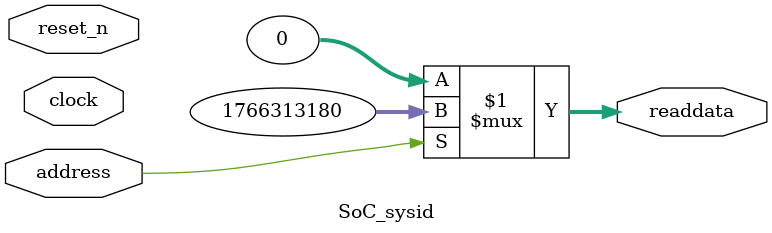
<source format=v>

`timescale 1ns / 1ps
// synthesis translate_on

// turn off superfluous verilog processor warnings 
// altera message_level Level1 
// altera message_off 10034 10035 10036 10037 10230 10240 10030 

module SoC_sysid (
               // inputs:
                address,
                clock,
                reset_n,

               // outputs:
                readdata
             )
;

  output  [ 31: 0] readdata;
  input            address;
  input            clock;
  input            reset_n;

  wire    [ 31: 0] readdata;
  //control_slave, which is an e_avalon_slave
  assign readdata = address ? 1766313180 : 0;

endmodule




</source>
